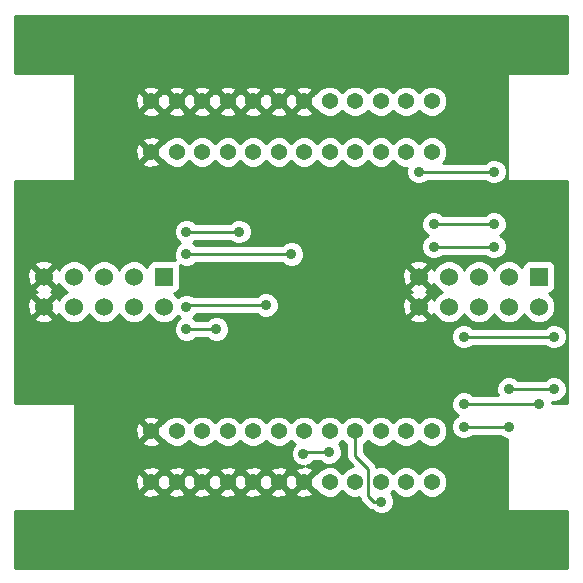
<source format=gbl>
G04 (created by PCBNEW (22-Jun-2014 BZR 4027)-stable) date Fri 07 Jul 2017 01:08:53 AM CDT*
%MOIN*%
G04 Gerber Fmt 3.4, Leading zero omitted, Abs format*
%FSLAX34Y34*%
G01*
G70*
G90*
G04 APERTURE LIST*
%ADD10C,0.00590551*%
%ADD11R,0.06X0.06*%
%ADD12C,0.06*%
%ADD13C,0.054*%
%ADD14C,0.035*%
%ADD15C,0.01*%
G04 APERTURE END LIST*
G54D10*
G54D11*
X67500Y-26250D03*
G54D12*
X67500Y-27250D03*
X66500Y-26250D03*
X66500Y-27250D03*
X65500Y-26250D03*
X65500Y-27250D03*
X64500Y-26250D03*
X64500Y-27250D03*
X63500Y-26250D03*
X63500Y-27250D03*
G54D11*
X55000Y-26250D03*
G54D12*
X55000Y-27250D03*
X54000Y-26250D03*
X54000Y-27250D03*
X53000Y-26250D03*
X53000Y-27250D03*
X52000Y-26250D03*
X52000Y-27250D03*
X51000Y-26250D03*
X51000Y-27250D03*
G54D13*
X59675Y-22095D03*
X60525Y-22095D03*
X57975Y-22095D03*
X58825Y-22095D03*
X59675Y-20405D03*
X58825Y-20405D03*
X57975Y-20405D03*
X60525Y-20405D03*
X57125Y-22095D03*
X56275Y-22095D03*
X55425Y-22095D03*
X54575Y-22095D03*
X57125Y-20405D03*
X56275Y-20405D03*
X55425Y-20405D03*
X54575Y-20405D03*
X61375Y-22095D03*
X62225Y-22095D03*
X63075Y-22095D03*
X63925Y-22095D03*
X61375Y-20405D03*
X62225Y-20405D03*
X63075Y-20405D03*
X63925Y-20405D03*
X58825Y-31405D03*
X57975Y-31405D03*
X60525Y-31405D03*
X59675Y-31405D03*
X58825Y-33095D03*
X59675Y-33095D03*
X60525Y-33095D03*
X57975Y-33095D03*
X61375Y-31405D03*
X62225Y-31405D03*
X63075Y-31405D03*
X63925Y-31405D03*
X61375Y-33095D03*
X62225Y-33095D03*
X63075Y-33095D03*
X63925Y-33095D03*
X57125Y-31405D03*
X56275Y-31405D03*
X55425Y-31405D03*
X54575Y-31405D03*
X57125Y-33095D03*
X56275Y-33095D03*
X55425Y-33095D03*
X54575Y-33095D03*
G54D14*
X57500Y-24750D03*
X55750Y-24750D03*
X56750Y-28000D03*
X55750Y-28000D03*
X65000Y-28250D03*
X68000Y-28250D03*
X66500Y-31250D03*
X65000Y-31250D03*
X64000Y-24500D03*
X66000Y-24500D03*
X65000Y-30500D03*
X67500Y-30500D03*
X66000Y-22750D03*
X63500Y-22750D03*
X64000Y-25250D03*
X66000Y-25250D03*
X66500Y-30000D03*
X68000Y-30000D03*
X62250Y-33750D03*
X60500Y-32100D03*
X59650Y-32150D03*
X55750Y-25500D03*
X59250Y-25500D03*
X58400Y-27200D03*
X55750Y-27250D03*
G54D15*
X55750Y-24750D02*
X57500Y-24750D01*
X55750Y-28000D02*
X56750Y-28000D01*
X68000Y-28250D02*
X65000Y-28250D01*
X65000Y-31250D02*
X66500Y-31250D01*
X66000Y-24500D02*
X64000Y-24500D01*
X67500Y-30500D02*
X65000Y-30500D01*
X63500Y-22750D02*
X66000Y-22750D01*
X66000Y-25250D02*
X64000Y-25250D01*
X61375Y-31405D02*
X61375Y-32225D01*
X68000Y-30000D02*
X66500Y-30000D01*
X62000Y-33750D02*
X62250Y-33750D01*
X61800Y-33550D02*
X62000Y-33750D01*
X61800Y-32650D02*
X61800Y-33550D01*
X61375Y-32225D02*
X61800Y-32650D01*
X59700Y-32100D02*
X60500Y-32100D01*
X59650Y-32150D02*
X59700Y-32100D01*
X55750Y-25500D02*
X59250Y-25500D01*
X55800Y-27200D02*
X58400Y-27200D01*
X55750Y-27250D02*
X55800Y-27200D01*
G54D10*
G36*
X68450Y-35950D02*
X64445Y-35950D01*
X64445Y-32992D01*
X64366Y-32800D01*
X64219Y-32654D01*
X64028Y-32575D01*
X63822Y-32574D01*
X63630Y-32653D01*
X63499Y-32784D01*
X63369Y-32654D01*
X63178Y-32575D01*
X62972Y-32574D01*
X62780Y-32653D01*
X62649Y-32784D01*
X62519Y-32654D01*
X62328Y-32575D01*
X62122Y-32574D01*
X62087Y-32589D01*
X62077Y-32535D01*
X62012Y-32437D01*
X62012Y-32437D01*
X61675Y-32100D01*
X61675Y-31840D01*
X61800Y-31715D01*
X61930Y-31845D01*
X62121Y-31924D01*
X62327Y-31925D01*
X62519Y-31846D01*
X62650Y-31715D01*
X62780Y-31845D01*
X62971Y-31924D01*
X63177Y-31925D01*
X63369Y-31846D01*
X63500Y-31715D01*
X63630Y-31845D01*
X63821Y-31924D01*
X64027Y-31925D01*
X64219Y-31846D01*
X64365Y-31699D01*
X64444Y-31508D01*
X64445Y-31302D01*
X64366Y-31110D01*
X64219Y-30964D01*
X64028Y-30885D01*
X63822Y-30884D01*
X63815Y-30887D01*
X63815Y-27635D01*
X63500Y-27320D01*
X63429Y-27391D01*
X63429Y-27250D01*
X63114Y-26934D01*
X63018Y-26962D01*
X62945Y-27168D01*
X62956Y-27386D01*
X63018Y-27537D01*
X63114Y-27565D01*
X63429Y-27250D01*
X63429Y-27391D01*
X63184Y-27635D01*
X63212Y-27731D01*
X63418Y-27804D01*
X63636Y-27793D01*
X63787Y-27731D01*
X63815Y-27635D01*
X63815Y-30887D01*
X63630Y-30963D01*
X63499Y-31094D01*
X63369Y-30964D01*
X63178Y-30885D01*
X62972Y-30884D01*
X62780Y-30963D01*
X62649Y-31094D01*
X62519Y-30964D01*
X62328Y-30885D01*
X62122Y-30884D01*
X61930Y-30963D01*
X61799Y-31094D01*
X61669Y-30964D01*
X61478Y-30885D01*
X61272Y-30884D01*
X61080Y-30963D01*
X60949Y-31094D01*
X60819Y-30964D01*
X60628Y-30885D01*
X60422Y-30884D01*
X60230Y-30963D01*
X60099Y-31094D01*
X59969Y-30964D01*
X59778Y-30885D01*
X59675Y-30884D01*
X59675Y-25415D01*
X59610Y-25259D01*
X59491Y-25139D01*
X59334Y-25075D01*
X59165Y-25074D01*
X59009Y-25139D01*
X58948Y-25200D01*
X56051Y-25200D01*
X55991Y-25139D01*
X55955Y-25125D01*
X55990Y-25110D01*
X56051Y-25050D01*
X57198Y-25050D01*
X57258Y-25110D01*
X57415Y-25174D01*
X57584Y-25175D01*
X57740Y-25110D01*
X57860Y-24991D01*
X57924Y-24834D01*
X57925Y-24665D01*
X57860Y-24509D01*
X57741Y-24389D01*
X57584Y-24325D01*
X57415Y-24324D01*
X57259Y-24389D01*
X57198Y-24450D01*
X56051Y-24450D01*
X55991Y-24389D01*
X55834Y-24325D01*
X55665Y-24324D01*
X55509Y-24389D01*
X55389Y-24508D01*
X55325Y-24665D01*
X55324Y-24834D01*
X55389Y-24990D01*
X55508Y-25110D01*
X55544Y-25124D01*
X55509Y-25139D01*
X55389Y-25258D01*
X55325Y-25415D01*
X55324Y-25584D01*
X55377Y-25711D01*
X55349Y-25700D01*
X55250Y-25699D01*
X54868Y-25699D01*
X54868Y-22459D01*
X54575Y-22165D01*
X54504Y-22236D01*
X54504Y-22095D01*
X54210Y-21801D01*
X54118Y-21825D01*
X54050Y-22020D01*
X54061Y-22226D01*
X54118Y-22364D01*
X54210Y-22388D01*
X54504Y-22095D01*
X54504Y-22236D01*
X54281Y-22459D01*
X54305Y-22551D01*
X54500Y-22619D01*
X54706Y-22608D01*
X54844Y-22551D01*
X54868Y-22459D01*
X54868Y-25699D01*
X54650Y-25699D01*
X54558Y-25737D01*
X54488Y-25808D01*
X54450Y-25900D01*
X54450Y-25922D01*
X54311Y-25784D01*
X54109Y-25700D01*
X53891Y-25699D01*
X53688Y-25783D01*
X53534Y-25938D01*
X53500Y-26019D01*
X53466Y-25938D01*
X53311Y-25784D01*
X53109Y-25700D01*
X52891Y-25699D01*
X52688Y-25783D01*
X52534Y-25938D01*
X52500Y-26019D01*
X52466Y-25938D01*
X52311Y-25784D01*
X52109Y-25700D01*
X51891Y-25699D01*
X51688Y-25783D01*
X51534Y-25938D01*
X51502Y-26013D01*
X51481Y-25962D01*
X51385Y-25934D01*
X51315Y-26005D01*
X51315Y-25864D01*
X51287Y-25768D01*
X51081Y-25695D01*
X50863Y-25706D01*
X50712Y-25768D01*
X50684Y-25864D01*
X51000Y-26179D01*
X51315Y-25864D01*
X51315Y-26005D01*
X51070Y-26250D01*
X51385Y-26565D01*
X51481Y-26537D01*
X51500Y-26482D01*
X51533Y-26561D01*
X51688Y-26715D01*
X51769Y-26749D01*
X51688Y-26783D01*
X51534Y-26938D01*
X51502Y-27013D01*
X51481Y-26962D01*
X51385Y-26934D01*
X51315Y-27005D01*
X51315Y-26864D01*
X51287Y-26768D01*
X51239Y-26751D01*
X51287Y-26731D01*
X51315Y-26635D01*
X51000Y-26320D01*
X50929Y-26391D01*
X50929Y-26250D01*
X50614Y-25934D01*
X50518Y-25962D01*
X50445Y-26168D01*
X50456Y-26386D01*
X50518Y-26537D01*
X50614Y-26565D01*
X50929Y-26250D01*
X50929Y-26391D01*
X50684Y-26635D01*
X50712Y-26731D01*
X50760Y-26748D01*
X50712Y-26768D01*
X50684Y-26864D01*
X51000Y-27179D01*
X51315Y-26864D01*
X51315Y-27005D01*
X51070Y-27250D01*
X51385Y-27565D01*
X51481Y-27537D01*
X51500Y-27482D01*
X51533Y-27561D01*
X51688Y-27715D01*
X51890Y-27799D01*
X52108Y-27800D01*
X52311Y-27716D01*
X52465Y-27561D01*
X52499Y-27480D01*
X52533Y-27561D01*
X52688Y-27715D01*
X52890Y-27799D01*
X53108Y-27800D01*
X53311Y-27716D01*
X53465Y-27561D01*
X53499Y-27480D01*
X53533Y-27561D01*
X53688Y-27715D01*
X53890Y-27799D01*
X54108Y-27800D01*
X54311Y-27716D01*
X54465Y-27561D01*
X54499Y-27480D01*
X54533Y-27561D01*
X54688Y-27715D01*
X54890Y-27799D01*
X55108Y-27800D01*
X55311Y-27716D01*
X55463Y-27564D01*
X55508Y-27610D01*
X55544Y-27624D01*
X55509Y-27639D01*
X55389Y-27758D01*
X55325Y-27915D01*
X55324Y-28084D01*
X55389Y-28240D01*
X55508Y-28360D01*
X55665Y-28424D01*
X55834Y-28425D01*
X55990Y-28360D01*
X56051Y-28300D01*
X56448Y-28300D01*
X56508Y-28360D01*
X56665Y-28424D01*
X56834Y-28425D01*
X56990Y-28360D01*
X57110Y-28241D01*
X57174Y-28084D01*
X57175Y-27915D01*
X57110Y-27759D01*
X56991Y-27639D01*
X56834Y-27575D01*
X56665Y-27574D01*
X56509Y-27639D01*
X56448Y-27700D01*
X56051Y-27700D01*
X55991Y-27639D01*
X55955Y-27625D01*
X55990Y-27610D01*
X56101Y-27500D01*
X58098Y-27500D01*
X58158Y-27560D01*
X58315Y-27624D01*
X58484Y-27625D01*
X58640Y-27560D01*
X58760Y-27441D01*
X58824Y-27284D01*
X58825Y-27115D01*
X58760Y-26959D01*
X58641Y-26839D01*
X58484Y-26775D01*
X58315Y-26774D01*
X58159Y-26839D01*
X58098Y-26900D01*
X56001Y-26900D01*
X55991Y-26889D01*
X55834Y-26825D01*
X55665Y-26824D01*
X55509Y-26889D01*
X55463Y-26935D01*
X55327Y-26800D01*
X55349Y-26800D01*
X55441Y-26762D01*
X55511Y-26691D01*
X55549Y-26599D01*
X55550Y-26500D01*
X55550Y-25900D01*
X55538Y-25872D01*
X55665Y-25924D01*
X55834Y-25925D01*
X55990Y-25860D01*
X56051Y-25800D01*
X58948Y-25800D01*
X59008Y-25860D01*
X59165Y-25924D01*
X59334Y-25925D01*
X59490Y-25860D01*
X59610Y-25741D01*
X59674Y-25584D01*
X59675Y-25415D01*
X59675Y-30884D01*
X59572Y-30884D01*
X59380Y-30963D01*
X59249Y-31094D01*
X59119Y-30964D01*
X58928Y-30885D01*
X58722Y-30884D01*
X58530Y-30963D01*
X58399Y-31094D01*
X58269Y-30964D01*
X58078Y-30885D01*
X57872Y-30884D01*
X57680Y-30963D01*
X57549Y-31094D01*
X57419Y-30964D01*
X57228Y-30885D01*
X57022Y-30884D01*
X56830Y-30963D01*
X56699Y-31094D01*
X56569Y-30964D01*
X56378Y-30885D01*
X56172Y-30884D01*
X55980Y-30963D01*
X55849Y-31094D01*
X55719Y-30964D01*
X55528Y-30885D01*
X55322Y-30884D01*
X55130Y-30963D01*
X54984Y-31110D01*
X54979Y-31121D01*
X54939Y-31111D01*
X54868Y-31182D01*
X54868Y-31040D01*
X54844Y-30948D01*
X54649Y-30880D01*
X54443Y-30891D01*
X54305Y-30948D01*
X54281Y-31040D01*
X54575Y-31334D01*
X54868Y-31040D01*
X54868Y-31182D01*
X54645Y-31405D01*
X54939Y-31698D01*
X54979Y-31688D01*
X54983Y-31699D01*
X55130Y-31845D01*
X55321Y-31924D01*
X55527Y-31925D01*
X55719Y-31846D01*
X55850Y-31715D01*
X55980Y-31845D01*
X56171Y-31924D01*
X56377Y-31925D01*
X56569Y-31846D01*
X56700Y-31715D01*
X56830Y-31845D01*
X57021Y-31924D01*
X57227Y-31925D01*
X57419Y-31846D01*
X57550Y-31715D01*
X57680Y-31845D01*
X57871Y-31924D01*
X58077Y-31925D01*
X58269Y-31846D01*
X58400Y-31715D01*
X58530Y-31845D01*
X58721Y-31924D01*
X58927Y-31925D01*
X59119Y-31846D01*
X59250Y-31715D01*
X59366Y-31832D01*
X59289Y-31908D01*
X59225Y-32065D01*
X59224Y-32234D01*
X59289Y-32390D01*
X59408Y-32510D01*
X59565Y-32574D01*
X59660Y-32575D01*
X59543Y-32581D01*
X59405Y-32638D01*
X59381Y-32730D01*
X59675Y-33024D01*
X59968Y-32730D01*
X59944Y-32638D01*
X59749Y-32570D01*
X59745Y-32570D01*
X59890Y-32510D01*
X60001Y-32400D01*
X60198Y-32400D01*
X60258Y-32460D01*
X60415Y-32524D01*
X60584Y-32525D01*
X60740Y-32460D01*
X60860Y-32341D01*
X60924Y-32184D01*
X60925Y-32015D01*
X60860Y-31859D01*
X60833Y-31832D01*
X60950Y-31715D01*
X61075Y-31840D01*
X61075Y-32225D01*
X61097Y-32339D01*
X61162Y-32437D01*
X61300Y-32574D01*
X61272Y-32574D01*
X61080Y-32653D01*
X60949Y-32784D01*
X60819Y-32654D01*
X60628Y-32575D01*
X60422Y-32574D01*
X60230Y-32653D01*
X60084Y-32800D01*
X60079Y-32811D01*
X60039Y-32801D01*
X59745Y-33095D01*
X60039Y-33388D01*
X60079Y-33378D01*
X60083Y-33389D01*
X60230Y-33535D01*
X60421Y-33614D01*
X60627Y-33615D01*
X60819Y-33536D01*
X60950Y-33405D01*
X61080Y-33535D01*
X61271Y-33614D01*
X61477Y-33615D01*
X61510Y-33601D01*
X61522Y-33664D01*
X61587Y-33762D01*
X61787Y-33962D01*
X61787Y-33962D01*
X61885Y-34027D01*
X61936Y-34037D01*
X62008Y-34110D01*
X62165Y-34174D01*
X62334Y-34175D01*
X62490Y-34110D01*
X62610Y-33991D01*
X62674Y-33834D01*
X62675Y-33665D01*
X62610Y-33509D01*
X62578Y-33477D01*
X62650Y-33405D01*
X62780Y-33535D01*
X62971Y-33614D01*
X63177Y-33615D01*
X63369Y-33536D01*
X63500Y-33405D01*
X63630Y-33535D01*
X63821Y-33614D01*
X64027Y-33615D01*
X64219Y-33536D01*
X64365Y-33389D01*
X64444Y-33198D01*
X64445Y-32992D01*
X64445Y-35950D01*
X59968Y-35950D01*
X59968Y-33459D01*
X59675Y-33165D01*
X59604Y-33236D01*
X59604Y-33095D01*
X59310Y-32801D01*
X59250Y-32817D01*
X59189Y-32801D01*
X59118Y-32872D01*
X59118Y-32730D01*
X59094Y-32638D01*
X58899Y-32570D01*
X58693Y-32581D01*
X58555Y-32638D01*
X58531Y-32730D01*
X58825Y-33024D01*
X59118Y-32730D01*
X59118Y-32872D01*
X58895Y-33095D01*
X59189Y-33388D01*
X59250Y-33372D01*
X59310Y-33388D01*
X59604Y-33095D01*
X59604Y-33236D01*
X59381Y-33459D01*
X59405Y-33551D01*
X59600Y-33619D01*
X59806Y-33608D01*
X59944Y-33551D01*
X59968Y-33459D01*
X59968Y-35950D01*
X59118Y-35950D01*
X59118Y-33459D01*
X58825Y-33165D01*
X58754Y-33236D01*
X58754Y-33095D01*
X58460Y-32801D01*
X58400Y-32817D01*
X58339Y-32801D01*
X58268Y-32872D01*
X58268Y-32730D01*
X58244Y-32638D01*
X58049Y-32570D01*
X57843Y-32581D01*
X57705Y-32638D01*
X57681Y-32730D01*
X57975Y-33024D01*
X58268Y-32730D01*
X58268Y-32872D01*
X58045Y-33095D01*
X58339Y-33388D01*
X58400Y-33372D01*
X58460Y-33388D01*
X58754Y-33095D01*
X58754Y-33236D01*
X58531Y-33459D01*
X58555Y-33551D01*
X58750Y-33619D01*
X58956Y-33608D01*
X59094Y-33551D01*
X59118Y-33459D01*
X59118Y-35950D01*
X58268Y-35950D01*
X58268Y-33459D01*
X57975Y-33165D01*
X57904Y-33236D01*
X57904Y-33095D01*
X57610Y-32801D01*
X57550Y-32817D01*
X57489Y-32801D01*
X57418Y-32872D01*
X57418Y-32730D01*
X57394Y-32638D01*
X57199Y-32570D01*
X56993Y-32581D01*
X56855Y-32638D01*
X56831Y-32730D01*
X57125Y-33024D01*
X57418Y-32730D01*
X57418Y-32872D01*
X57195Y-33095D01*
X57489Y-33388D01*
X57550Y-33372D01*
X57610Y-33388D01*
X57904Y-33095D01*
X57904Y-33236D01*
X57681Y-33459D01*
X57705Y-33551D01*
X57900Y-33619D01*
X58106Y-33608D01*
X58244Y-33551D01*
X58268Y-33459D01*
X58268Y-35950D01*
X57418Y-35950D01*
X57418Y-33459D01*
X57125Y-33165D01*
X57054Y-33236D01*
X57054Y-33095D01*
X56760Y-32801D01*
X56700Y-32817D01*
X56639Y-32801D01*
X56568Y-32872D01*
X56568Y-32730D01*
X56544Y-32638D01*
X56349Y-32570D01*
X56143Y-32581D01*
X56005Y-32638D01*
X55981Y-32730D01*
X56275Y-33024D01*
X56568Y-32730D01*
X56568Y-32872D01*
X56345Y-33095D01*
X56639Y-33388D01*
X56700Y-33372D01*
X56760Y-33388D01*
X57054Y-33095D01*
X57054Y-33236D01*
X56831Y-33459D01*
X56855Y-33551D01*
X57050Y-33619D01*
X57256Y-33608D01*
X57394Y-33551D01*
X57418Y-33459D01*
X57418Y-35950D01*
X56568Y-35950D01*
X56568Y-33459D01*
X56275Y-33165D01*
X56204Y-33236D01*
X56204Y-33095D01*
X55910Y-32801D01*
X55850Y-32817D01*
X55789Y-32801D01*
X55718Y-32872D01*
X55718Y-32730D01*
X55694Y-32638D01*
X55499Y-32570D01*
X55293Y-32581D01*
X55155Y-32638D01*
X55131Y-32730D01*
X55425Y-33024D01*
X55718Y-32730D01*
X55718Y-32872D01*
X55495Y-33095D01*
X55789Y-33388D01*
X55850Y-33372D01*
X55910Y-33388D01*
X56204Y-33095D01*
X56204Y-33236D01*
X55981Y-33459D01*
X56005Y-33551D01*
X56200Y-33619D01*
X56406Y-33608D01*
X56544Y-33551D01*
X56568Y-33459D01*
X56568Y-35950D01*
X55718Y-35950D01*
X55718Y-33459D01*
X55425Y-33165D01*
X55354Y-33236D01*
X55354Y-33095D01*
X55060Y-32801D01*
X55000Y-32817D01*
X54939Y-32801D01*
X54868Y-32872D01*
X54868Y-32730D01*
X54868Y-31769D01*
X54575Y-31475D01*
X54504Y-31546D01*
X54504Y-31405D01*
X54210Y-31111D01*
X54118Y-31135D01*
X54050Y-31330D01*
X54061Y-31536D01*
X54118Y-31674D01*
X54210Y-31698D01*
X54504Y-31405D01*
X54504Y-31546D01*
X54281Y-31769D01*
X54305Y-31861D01*
X54500Y-31929D01*
X54706Y-31918D01*
X54844Y-31861D01*
X54868Y-31769D01*
X54868Y-32730D01*
X54844Y-32638D01*
X54649Y-32570D01*
X54443Y-32581D01*
X54305Y-32638D01*
X54281Y-32730D01*
X54575Y-33024D01*
X54868Y-32730D01*
X54868Y-32872D01*
X54645Y-33095D01*
X54939Y-33388D01*
X55000Y-33372D01*
X55060Y-33388D01*
X55354Y-33095D01*
X55354Y-33236D01*
X55131Y-33459D01*
X55155Y-33551D01*
X55350Y-33619D01*
X55556Y-33608D01*
X55694Y-33551D01*
X55718Y-33459D01*
X55718Y-35950D01*
X54868Y-35950D01*
X54868Y-33459D01*
X54575Y-33165D01*
X54504Y-33236D01*
X54504Y-33095D01*
X54210Y-32801D01*
X54118Y-32825D01*
X54050Y-33020D01*
X54061Y-33226D01*
X54118Y-33364D01*
X54210Y-33388D01*
X54504Y-33095D01*
X54504Y-33236D01*
X54281Y-33459D01*
X54305Y-33551D01*
X54500Y-33619D01*
X54706Y-33608D01*
X54844Y-33551D01*
X54868Y-33459D01*
X54868Y-35950D01*
X50050Y-35950D01*
X50050Y-34050D01*
X52050Y-34050D01*
X52050Y-30450D01*
X51315Y-30450D01*
X51315Y-27635D01*
X51000Y-27320D01*
X50929Y-27391D01*
X50929Y-27250D01*
X50614Y-26934D01*
X50518Y-26962D01*
X50445Y-27168D01*
X50456Y-27386D01*
X50518Y-27537D01*
X50614Y-27565D01*
X50929Y-27250D01*
X50929Y-27391D01*
X50684Y-27635D01*
X50712Y-27731D01*
X50918Y-27804D01*
X51136Y-27793D01*
X51287Y-27731D01*
X51315Y-27635D01*
X51315Y-30450D01*
X50050Y-30450D01*
X50050Y-23050D01*
X52050Y-23050D01*
X52050Y-19450D01*
X50050Y-19450D01*
X50050Y-17550D01*
X68450Y-17550D01*
X68450Y-19450D01*
X66450Y-19450D01*
X66450Y-23050D01*
X68450Y-23050D01*
X68450Y-30450D01*
X67925Y-30450D01*
X67925Y-30424D01*
X68084Y-30425D01*
X68240Y-30360D01*
X68360Y-30241D01*
X68424Y-30084D01*
X68425Y-29915D01*
X68425Y-28165D01*
X68360Y-28009D01*
X68241Y-27889D01*
X68084Y-27825D01*
X68050Y-27825D01*
X68050Y-27141D01*
X67966Y-26938D01*
X67827Y-26800D01*
X67849Y-26800D01*
X67941Y-26762D01*
X68011Y-26691D01*
X68049Y-26599D01*
X68050Y-26500D01*
X68050Y-25900D01*
X68012Y-25808D01*
X67941Y-25738D01*
X67849Y-25700D01*
X67750Y-25699D01*
X67150Y-25699D01*
X67058Y-25737D01*
X66988Y-25808D01*
X66950Y-25900D01*
X66950Y-25922D01*
X66811Y-25784D01*
X66609Y-25700D01*
X66425Y-25699D01*
X66425Y-25165D01*
X66360Y-25009D01*
X66241Y-24889D01*
X66205Y-24875D01*
X66240Y-24860D01*
X66360Y-24741D01*
X66424Y-24584D01*
X66425Y-24415D01*
X66425Y-22665D01*
X66360Y-22509D01*
X66241Y-22389D01*
X66084Y-22325D01*
X65915Y-22324D01*
X65759Y-22389D01*
X65698Y-22450D01*
X64305Y-22450D01*
X64365Y-22389D01*
X64444Y-22198D01*
X64445Y-21992D01*
X64445Y-20302D01*
X64366Y-20110D01*
X64219Y-19964D01*
X64028Y-19885D01*
X63822Y-19884D01*
X63630Y-19963D01*
X63499Y-20094D01*
X63369Y-19964D01*
X63178Y-19885D01*
X62972Y-19884D01*
X62780Y-19963D01*
X62649Y-20094D01*
X62519Y-19964D01*
X62328Y-19885D01*
X62122Y-19884D01*
X61930Y-19963D01*
X61799Y-20094D01*
X61669Y-19964D01*
X61478Y-19885D01*
X61272Y-19884D01*
X61080Y-19963D01*
X60949Y-20094D01*
X60819Y-19964D01*
X60628Y-19885D01*
X60422Y-19884D01*
X60230Y-19963D01*
X60084Y-20110D01*
X60079Y-20121D01*
X60039Y-20111D01*
X59968Y-20182D01*
X59968Y-20040D01*
X59944Y-19948D01*
X59749Y-19880D01*
X59543Y-19891D01*
X59405Y-19948D01*
X59381Y-20040D01*
X59675Y-20334D01*
X59968Y-20040D01*
X59968Y-20182D01*
X59745Y-20405D01*
X60039Y-20698D01*
X60079Y-20688D01*
X60083Y-20699D01*
X60230Y-20845D01*
X60421Y-20924D01*
X60627Y-20925D01*
X60819Y-20846D01*
X60950Y-20715D01*
X61080Y-20845D01*
X61271Y-20924D01*
X61477Y-20925D01*
X61669Y-20846D01*
X61800Y-20715D01*
X61930Y-20845D01*
X62121Y-20924D01*
X62327Y-20925D01*
X62519Y-20846D01*
X62650Y-20715D01*
X62780Y-20845D01*
X62971Y-20924D01*
X63177Y-20925D01*
X63369Y-20846D01*
X63500Y-20715D01*
X63630Y-20845D01*
X63821Y-20924D01*
X64027Y-20925D01*
X64219Y-20846D01*
X64365Y-20699D01*
X64444Y-20508D01*
X64445Y-20302D01*
X64445Y-21992D01*
X64366Y-21800D01*
X64219Y-21654D01*
X64028Y-21575D01*
X63822Y-21574D01*
X63630Y-21653D01*
X63499Y-21784D01*
X63369Y-21654D01*
X63178Y-21575D01*
X62972Y-21574D01*
X62780Y-21653D01*
X62649Y-21784D01*
X62519Y-21654D01*
X62328Y-21575D01*
X62122Y-21574D01*
X61930Y-21653D01*
X61799Y-21784D01*
X61669Y-21654D01*
X61478Y-21575D01*
X61272Y-21574D01*
X61080Y-21653D01*
X60949Y-21784D01*
X60819Y-21654D01*
X60628Y-21575D01*
X60422Y-21574D01*
X60230Y-21653D01*
X60099Y-21784D01*
X59969Y-21654D01*
X59968Y-21653D01*
X59968Y-20769D01*
X59675Y-20475D01*
X59604Y-20546D01*
X59604Y-20405D01*
X59310Y-20111D01*
X59250Y-20127D01*
X59189Y-20111D01*
X59118Y-20182D01*
X59118Y-20040D01*
X59094Y-19948D01*
X58899Y-19880D01*
X58693Y-19891D01*
X58555Y-19948D01*
X58531Y-20040D01*
X58825Y-20334D01*
X59118Y-20040D01*
X59118Y-20182D01*
X58895Y-20405D01*
X59189Y-20698D01*
X59250Y-20682D01*
X59310Y-20698D01*
X59604Y-20405D01*
X59604Y-20546D01*
X59381Y-20769D01*
X59405Y-20861D01*
X59600Y-20929D01*
X59806Y-20918D01*
X59944Y-20861D01*
X59968Y-20769D01*
X59968Y-21653D01*
X59778Y-21575D01*
X59572Y-21574D01*
X59380Y-21653D01*
X59249Y-21784D01*
X59119Y-21654D01*
X59118Y-21653D01*
X59118Y-20769D01*
X58825Y-20475D01*
X58754Y-20546D01*
X58754Y-20405D01*
X58460Y-20111D01*
X58400Y-20127D01*
X58339Y-20111D01*
X58268Y-20182D01*
X58268Y-20040D01*
X58244Y-19948D01*
X58049Y-19880D01*
X57843Y-19891D01*
X57705Y-19948D01*
X57681Y-20040D01*
X57975Y-20334D01*
X58268Y-20040D01*
X58268Y-20182D01*
X58045Y-20405D01*
X58339Y-20698D01*
X58400Y-20682D01*
X58460Y-20698D01*
X58754Y-20405D01*
X58754Y-20546D01*
X58531Y-20769D01*
X58555Y-20861D01*
X58750Y-20929D01*
X58956Y-20918D01*
X59094Y-20861D01*
X59118Y-20769D01*
X59118Y-21653D01*
X58928Y-21575D01*
X58722Y-21574D01*
X58530Y-21653D01*
X58399Y-21784D01*
X58269Y-21654D01*
X58268Y-21653D01*
X58268Y-20769D01*
X57975Y-20475D01*
X57904Y-20546D01*
X57904Y-20405D01*
X57610Y-20111D01*
X57550Y-20127D01*
X57489Y-20111D01*
X57418Y-20182D01*
X57418Y-20040D01*
X57394Y-19948D01*
X57199Y-19880D01*
X56993Y-19891D01*
X56855Y-19948D01*
X56831Y-20040D01*
X57125Y-20334D01*
X57418Y-20040D01*
X57418Y-20182D01*
X57195Y-20405D01*
X57489Y-20698D01*
X57550Y-20682D01*
X57610Y-20698D01*
X57904Y-20405D01*
X57904Y-20546D01*
X57681Y-20769D01*
X57705Y-20861D01*
X57900Y-20929D01*
X58106Y-20918D01*
X58244Y-20861D01*
X58268Y-20769D01*
X58268Y-21653D01*
X58078Y-21575D01*
X57872Y-21574D01*
X57680Y-21653D01*
X57549Y-21784D01*
X57419Y-21654D01*
X57418Y-21653D01*
X57418Y-20769D01*
X57125Y-20475D01*
X57054Y-20546D01*
X57054Y-20405D01*
X56760Y-20111D01*
X56700Y-20127D01*
X56639Y-20111D01*
X56568Y-20182D01*
X56568Y-20040D01*
X56544Y-19948D01*
X56349Y-19880D01*
X56143Y-19891D01*
X56005Y-19948D01*
X55981Y-20040D01*
X56275Y-20334D01*
X56568Y-20040D01*
X56568Y-20182D01*
X56345Y-20405D01*
X56639Y-20698D01*
X56700Y-20682D01*
X56760Y-20698D01*
X57054Y-20405D01*
X57054Y-20546D01*
X56831Y-20769D01*
X56855Y-20861D01*
X57050Y-20929D01*
X57256Y-20918D01*
X57394Y-20861D01*
X57418Y-20769D01*
X57418Y-21653D01*
X57228Y-21575D01*
X57022Y-21574D01*
X56830Y-21653D01*
X56699Y-21784D01*
X56569Y-21654D01*
X56568Y-21653D01*
X56568Y-20769D01*
X56275Y-20475D01*
X56204Y-20546D01*
X56204Y-20405D01*
X55910Y-20111D01*
X55850Y-20127D01*
X55789Y-20111D01*
X55718Y-20182D01*
X55718Y-20040D01*
X55694Y-19948D01*
X55499Y-19880D01*
X55293Y-19891D01*
X55155Y-19948D01*
X55131Y-20040D01*
X55425Y-20334D01*
X55718Y-20040D01*
X55718Y-20182D01*
X55495Y-20405D01*
X55789Y-20698D01*
X55850Y-20682D01*
X55910Y-20698D01*
X56204Y-20405D01*
X56204Y-20546D01*
X55981Y-20769D01*
X56005Y-20861D01*
X56200Y-20929D01*
X56406Y-20918D01*
X56544Y-20861D01*
X56568Y-20769D01*
X56568Y-21653D01*
X56378Y-21575D01*
X56172Y-21574D01*
X55980Y-21653D01*
X55849Y-21784D01*
X55719Y-21654D01*
X55718Y-21653D01*
X55718Y-20769D01*
X55425Y-20475D01*
X55354Y-20546D01*
X55354Y-20405D01*
X55060Y-20111D01*
X55000Y-20127D01*
X54939Y-20111D01*
X54868Y-20182D01*
X54868Y-20040D01*
X54844Y-19948D01*
X54649Y-19880D01*
X54443Y-19891D01*
X54305Y-19948D01*
X54281Y-20040D01*
X54575Y-20334D01*
X54868Y-20040D01*
X54868Y-20182D01*
X54645Y-20405D01*
X54939Y-20698D01*
X55000Y-20682D01*
X55060Y-20698D01*
X55354Y-20405D01*
X55354Y-20546D01*
X55131Y-20769D01*
X55155Y-20861D01*
X55350Y-20929D01*
X55556Y-20918D01*
X55694Y-20861D01*
X55718Y-20769D01*
X55718Y-21653D01*
X55528Y-21575D01*
X55322Y-21574D01*
X55130Y-21653D01*
X54984Y-21800D01*
X54979Y-21811D01*
X54939Y-21801D01*
X54868Y-21872D01*
X54868Y-21730D01*
X54868Y-20769D01*
X54575Y-20475D01*
X54504Y-20546D01*
X54504Y-20405D01*
X54210Y-20111D01*
X54118Y-20135D01*
X54050Y-20330D01*
X54061Y-20536D01*
X54118Y-20674D01*
X54210Y-20698D01*
X54504Y-20405D01*
X54504Y-20546D01*
X54281Y-20769D01*
X54305Y-20861D01*
X54500Y-20929D01*
X54706Y-20918D01*
X54844Y-20861D01*
X54868Y-20769D01*
X54868Y-21730D01*
X54844Y-21638D01*
X54649Y-21570D01*
X54443Y-21581D01*
X54305Y-21638D01*
X54281Y-21730D01*
X54575Y-22024D01*
X54868Y-21730D01*
X54868Y-21872D01*
X54645Y-22095D01*
X54939Y-22388D01*
X54979Y-22378D01*
X54983Y-22389D01*
X55130Y-22535D01*
X55321Y-22614D01*
X55527Y-22615D01*
X55719Y-22536D01*
X55850Y-22405D01*
X55980Y-22535D01*
X56171Y-22614D01*
X56377Y-22615D01*
X56569Y-22536D01*
X56700Y-22405D01*
X56830Y-22535D01*
X57021Y-22614D01*
X57227Y-22615D01*
X57419Y-22536D01*
X57550Y-22405D01*
X57680Y-22535D01*
X57871Y-22614D01*
X58077Y-22615D01*
X58269Y-22536D01*
X58400Y-22405D01*
X58530Y-22535D01*
X58721Y-22614D01*
X58927Y-22615D01*
X59119Y-22536D01*
X59250Y-22405D01*
X59380Y-22535D01*
X59571Y-22614D01*
X59777Y-22615D01*
X59969Y-22536D01*
X60100Y-22405D01*
X60230Y-22535D01*
X60421Y-22614D01*
X60627Y-22615D01*
X60819Y-22536D01*
X60950Y-22405D01*
X61080Y-22535D01*
X61271Y-22614D01*
X61477Y-22615D01*
X61669Y-22536D01*
X61800Y-22405D01*
X61930Y-22535D01*
X62121Y-22614D01*
X62327Y-22615D01*
X62519Y-22536D01*
X62650Y-22405D01*
X62780Y-22535D01*
X62971Y-22614D01*
X63095Y-22615D01*
X63075Y-22665D01*
X63074Y-22834D01*
X63139Y-22990D01*
X63258Y-23110D01*
X63415Y-23174D01*
X63584Y-23175D01*
X63740Y-23110D01*
X63801Y-23050D01*
X65698Y-23050D01*
X65758Y-23110D01*
X65915Y-23174D01*
X66084Y-23175D01*
X66240Y-23110D01*
X66360Y-22991D01*
X66424Y-22834D01*
X66425Y-22665D01*
X66425Y-24415D01*
X66360Y-24259D01*
X66241Y-24139D01*
X66084Y-24075D01*
X65915Y-24074D01*
X65759Y-24139D01*
X65698Y-24200D01*
X64301Y-24200D01*
X64241Y-24139D01*
X64084Y-24075D01*
X63915Y-24074D01*
X63759Y-24139D01*
X63639Y-24258D01*
X63575Y-24415D01*
X63574Y-24584D01*
X63639Y-24740D01*
X63758Y-24860D01*
X63794Y-24874D01*
X63759Y-24889D01*
X63639Y-25008D01*
X63575Y-25165D01*
X63574Y-25334D01*
X63639Y-25490D01*
X63758Y-25610D01*
X63915Y-25674D01*
X64084Y-25675D01*
X64240Y-25610D01*
X64301Y-25550D01*
X65698Y-25550D01*
X65758Y-25610D01*
X65915Y-25674D01*
X66084Y-25675D01*
X66240Y-25610D01*
X66360Y-25491D01*
X66424Y-25334D01*
X66425Y-25165D01*
X66425Y-25699D01*
X66391Y-25699D01*
X66188Y-25783D01*
X66034Y-25938D01*
X66000Y-26019D01*
X65966Y-25938D01*
X65811Y-25784D01*
X65609Y-25700D01*
X65391Y-25699D01*
X65188Y-25783D01*
X65034Y-25938D01*
X65000Y-26019D01*
X64966Y-25938D01*
X64811Y-25784D01*
X64609Y-25700D01*
X64391Y-25699D01*
X64188Y-25783D01*
X64034Y-25938D01*
X64002Y-26013D01*
X63981Y-25962D01*
X63885Y-25934D01*
X63815Y-26005D01*
X63815Y-25864D01*
X63787Y-25768D01*
X63581Y-25695D01*
X63363Y-25706D01*
X63212Y-25768D01*
X63184Y-25864D01*
X63500Y-26179D01*
X63815Y-25864D01*
X63815Y-26005D01*
X63570Y-26250D01*
X63885Y-26565D01*
X63981Y-26537D01*
X64000Y-26482D01*
X64033Y-26561D01*
X64188Y-26715D01*
X64269Y-26749D01*
X64188Y-26783D01*
X64034Y-26938D01*
X64002Y-27013D01*
X63981Y-26962D01*
X63885Y-26934D01*
X63815Y-27005D01*
X63815Y-26864D01*
X63787Y-26768D01*
X63739Y-26751D01*
X63787Y-26731D01*
X63815Y-26635D01*
X63500Y-26320D01*
X63429Y-26391D01*
X63429Y-26250D01*
X63114Y-25934D01*
X63018Y-25962D01*
X62945Y-26168D01*
X62956Y-26386D01*
X63018Y-26537D01*
X63114Y-26565D01*
X63429Y-26250D01*
X63429Y-26391D01*
X63184Y-26635D01*
X63212Y-26731D01*
X63260Y-26748D01*
X63212Y-26768D01*
X63184Y-26864D01*
X63500Y-27179D01*
X63815Y-26864D01*
X63815Y-27005D01*
X63570Y-27250D01*
X63885Y-27565D01*
X63981Y-27537D01*
X64000Y-27482D01*
X64033Y-27561D01*
X64188Y-27715D01*
X64390Y-27799D01*
X64608Y-27800D01*
X64811Y-27716D01*
X64965Y-27561D01*
X64999Y-27480D01*
X65033Y-27561D01*
X65188Y-27715D01*
X65390Y-27799D01*
X65608Y-27800D01*
X65811Y-27716D01*
X65965Y-27561D01*
X65999Y-27480D01*
X66033Y-27561D01*
X66188Y-27715D01*
X66390Y-27799D01*
X66608Y-27800D01*
X66811Y-27716D01*
X66965Y-27561D01*
X66999Y-27480D01*
X67033Y-27561D01*
X67188Y-27715D01*
X67390Y-27799D01*
X67608Y-27800D01*
X67811Y-27716D01*
X67965Y-27561D01*
X68049Y-27359D01*
X68050Y-27141D01*
X68050Y-27825D01*
X67915Y-27824D01*
X67759Y-27889D01*
X67698Y-27950D01*
X65301Y-27950D01*
X65241Y-27889D01*
X65084Y-27825D01*
X64915Y-27824D01*
X64759Y-27889D01*
X64639Y-28008D01*
X64575Y-28165D01*
X64574Y-28334D01*
X64639Y-28490D01*
X64758Y-28610D01*
X64915Y-28674D01*
X65084Y-28675D01*
X65240Y-28610D01*
X65301Y-28550D01*
X67698Y-28550D01*
X67758Y-28610D01*
X67915Y-28674D01*
X68084Y-28675D01*
X68240Y-28610D01*
X68360Y-28491D01*
X68424Y-28334D01*
X68425Y-28165D01*
X68425Y-29915D01*
X68360Y-29759D01*
X68241Y-29639D01*
X68084Y-29575D01*
X67915Y-29574D01*
X67759Y-29639D01*
X67698Y-29700D01*
X66801Y-29700D01*
X66741Y-29639D01*
X66584Y-29575D01*
X66415Y-29574D01*
X66259Y-29639D01*
X66139Y-29758D01*
X66075Y-29915D01*
X66074Y-30084D01*
X66122Y-30200D01*
X65301Y-30200D01*
X65241Y-30139D01*
X65084Y-30075D01*
X64915Y-30074D01*
X64759Y-30139D01*
X64639Y-30258D01*
X64575Y-30415D01*
X64574Y-30584D01*
X64639Y-30740D01*
X64758Y-30860D01*
X64794Y-30874D01*
X64759Y-30889D01*
X64639Y-31008D01*
X64575Y-31165D01*
X64574Y-31334D01*
X64639Y-31490D01*
X64758Y-31610D01*
X64915Y-31674D01*
X65084Y-31675D01*
X65240Y-31610D01*
X65301Y-31550D01*
X66198Y-31550D01*
X66258Y-31610D01*
X66415Y-31674D01*
X66450Y-31674D01*
X66450Y-34050D01*
X68450Y-34050D01*
X68450Y-35950D01*
X68450Y-35950D01*
G37*
G54D15*
X68450Y-35950D02*
X64445Y-35950D01*
X64445Y-32992D01*
X64366Y-32800D01*
X64219Y-32654D01*
X64028Y-32575D01*
X63822Y-32574D01*
X63630Y-32653D01*
X63499Y-32784D01*
X63369Y-32654D01*
X63178Y-32575D01*
X62972Y-32574D01*
X62780Y-32653D01*
X62649Y-32784D01*
X62519Y-32654D01*
X62328Y-32575D01*
X62122Y-32574D01*
X62087Y-32589D01*
X62077Y-32535D01*
X62012Y-32437D01*
X62012Y-32437D01*
X61675Y-32100D01*
X61675Y-31840D01*
X61800Y-31715D01*
X61930Y-31845D01*
X62121Y-31924D01*
X62327Y-31925D01*
X62519Y-31846D01*
X62650Y-31715D01*
X62780Y-31845D01*
X62971Y-31924D01*
X63177Y-31925D01*
X63369Y-31846D01*
X63500Y-31715D01*
X63630Y-31845D01*
X63821Y-31924D01*
X64027Y-31925D01*
X64219Y-31846D01*
X64365Y-31699D01*
X64444Y-31508D01*
X64445Y-31302D01*
X64366Y-31110D01*
X64219Y-30964D01*
X64028Y-30885D01*
X63822Y-30884D01*
X63815Y-30887D01*
X63815Y-27635D01*
X63500Y-27320D01*
X63429Y-27391D01*
X63429Y-27250D01*
X63114Y-26934D01*
X63018Y-26962D01*
X62945Y-27168D01*
X62956Y-27386D01*
X63018Y-27537D01*
X63114Y-27565D01*
X63429Y-27250D01*
X63429Y-27391D01*
X63184Y-27635D01*
X63212Y-27731D01*
X63418Y-27804D01*
X63636Y-27793D01*
X63787Y-27731D01*
X63815Y-27635D01*
X63815Y-30887D01*
X63630Y-30963D01*
X63499Y-31094D01*
X63369Y-30964D01*
X63178Y-30885D01*
X62972Y-30884D01*
X62780Y-30963D01*
X62649Y-31094D01*
X62519Y-30964D01*
X62328Y-30885D01*
X62122Y-30884D01*
X61930Y-30963D01*
X61799Y-31094D01*
X61669Y-30964D01*
X61478Y-30885D01*
X61272Y-30884D01*
X61080Y-30963D01*
X60949Y-31094D01*
X60819Y-30964D01*
X60628Y-30885D01*
X60422Y-30884D01*
X60230Y-30963D01*
X60099Y-31094D01*
X59969Y-30964D01*
X59778Y-30885D01*
X59675Y-30884D01*
X59675Y-25415D01*
X59610Y-25259D01*
X59491Y-25139D01*
X59334Y-25075D01*
X59165Y-25074D01*
X59009Y-25139D01*
X58948Y-25200D01*
X56051Y-25200D01*
X55991Y-25139D01*
X55955Y-25125D01*
X55990Y-25110D01*
X56051Y-25050D01*
X57198Y-25050D01*
X57258Y-25110D01*
X57415Y-25174D01*
X57584Y-25175D01*
X57740Y-25110D01*
X57860Y-24991D01*
X57924Y-24834D01*
X57925Y-24665D01*
X57860Y-24509D01*
X57741Y-24389D01*
X57584Y-24325D01*
X57415Y-24324D01*
X57259Y-24389D01*
X57198Y-24450D01*
X56051Y-24450D01*
X55991Y-24389D01*
X55834Y-24325D01*
X55665Y-24324D01*
X55509Y-24389D01*
X55389Y-24508D01*
X55325Y-24665D01*
X55324Y-24834D01*
X55389Y-24990D01*
X55508Y-25110D01*
X55544Y-25124D01*
X55509Y-25139D01*
X55389Y-25258D01*
X55325Y-25415D01*
X55324Y-25584D01*
X55377Y-25711D01*
X55349Y-25700D01*
X55250Y-25699D01*
X54868Y-25699D01*
X54868Y-22459D01*
X54575Y-22165D01*
X54504Y-22236D01*
X54504Y-22095D01*
X54210Y-21801D01*
X54118Y-21825D01*
X54050Y-22020D01*
X54061Y-22226D01*
X54118Y-22364D01*
X54210Y-22388D01*
X54504Y-22095D01*
X54504Y-22236D01*
X54281Y-22459D01*
X54305Y-22551D01*
X54500Y-22619D01*
X54706Y-22608D01*
X54844Y-22551D01*
X54868Y-22459D01*
X54868Y-25699D01*
X54650Y-25699D01*
X54558Y-25737D01*
X54488Y-25808D01*
X54450Y-25900D01*
X54450Y-25922D01*
X54311Y-25784D01*
X54109Y-25700D01*
X53891Y-25699D01*
X53688Y-25783D01*
X53534Y-25938D01*
X53500Y-26019D01*
X53466Y-25938D01*
X53311Y-25784D01*
X53109Y-25700D01*
X52891Y-25699D01*
X52688Y-25783D01*
X52534Y-25938D01*
X52500Y-26019D01*
X52466Y-25938D01*
X52311Y-25784D01*
X52109Y-25700D01*
X51891Y-25699D01*
X51688Y-25783D01*
X51534Y-25938D01*
X51502Y-26013D01*
X51481Y-25962D01*
X51385Y-25934D01*
X51315Y-26005D01*
X51315Y-25864D01*
X51287Y-25768D01*
X51081Y-25695D01*
X50863Y-25706D01*
X50712Y-25768D01*
X50684Y-25864D01*
X51000Y-26179D01*
X51315Y-25864D01*
X51315Y-26005D01*
X51070Y-26250D01*
X51385Y-26565D01*
X51481Y-26537D01*
X51500Y-26482D01*
X51533Y-26561D01*
X51688Y-26715D01*
X51769Y-26749D01*
X51688Y-26783D01*
X51534Y-26938D01*
X51502Y-27013D01*
X51481Y-26962D01*
X51385Y-26934D01*
X51315Y-27005D01*
X51315Y-26864D01*
X51287Y-26768D01*
X51239Y-26751D01*
X51287Y-26731D01*
X51315Y-26635D01*
X51000Y-26320D01*
X50929Y-26391D01*
X50929Y-26250D01*
X50614Y-25934D01*
X50518Y-25962D01*
X50445Y-26168D01*
X50456Y-26386D01*
X50518Y-26537D01*
X50614Y-26565D01*
X50929Y-26250D01*
X50929Y-26391D01*
X50684Y-26635D01*
X50712Y-26731D01*
X50760Y-26748D01*
X50712Y-26768D01*
X50684Y-26864D01*
X51000Y-27179D01*
X51315Y-26864D01*
X51315Y-27005D01*
X51070Y-27250D01*
X51385Y-27565D01*
X51481Y-27537D01*
X51500Y-27482D01*
X51533Y-27561D01*
X51688Y-27715D01*
X51890Y-27799D01*
X52108Y-27800D01*
X52311Y-27716D01*
X52465Y-27561D01*
X52499Y-27480D01*
X52533Y-27561D01*
X52688Y-27715D01*
X52890Y-27799D01*
X53108Y-27800D01*
X53311Y-27716D01*
X53465Y-27561D01*
X53499Y-27480D01*
X53533Y-27561D01*
X53688Y-27715D01*
X53890Y-27799D01*
X54108Y-27800D01*
X54311Y-27716D01*
X54465Y-27561D01*
X54499Y-27480D01*
X54533Y-27561D01*
X54688Y-27715D01*
X54890Y-27799D01*
X55108Y-27800D01*
X55311Y-27716D01*
X55463Y-27564D01*
X55508Y-27610D01*
X55544Y-27624D01*
X55509Y-27639D01*
X55389Y-27758D01*
X55325Y-27915D01*
X55324Y-28084D01*
X55389Y-28240D01*
X55508Y-28360D01*
X55665Y-28424D01*
X55834Y-28425D01*
X55990Y-28360D01*
X56051Y-28300D01*
X56448Y-28300D01*
X56508Y-28360D01*
X56665Y-28424D01*
X56834Y-28425D01*
X56990Y-28360D01*
X57110Y-28241D01*
X57174Y-28084D01*
X57175Y-27915D01*
X57110Y-27759D01*
X56991Y-27639D01*
X56834Y-27575D01*
X56665Y-27574D01*
X56509Y-27639D01*
X56448Y-27700D01*
X56051Y-27700D01*
X55991Y-27639D01*
X55955Y-27625D01*
X55990Y-27610D01*
X56101Y-27500D01*
X58098Y-27500D01*
X58158Y-27560D01*
X58315Y-27624D01*
X58484Y-27625D01*
X58640Y-27560D01*
X58760Y-27441D01*
X58824Y-27284D01*
X58825Y-27115D01*
X58760Y-26959D01*
X58641Y-26839D01*
X58484Y-26775D01*
X58315Y-26774D01*
X58159Y-26839D01*
X58098Y-26900D01*
X56001Y-26900D01*
X55991Y-26889D01*
X55834Y-26825D01*
X55665Y-26824D01*
X55509Y-26889D01*
X55463Y-26935D01*
X55327Y-26800D01*
X55349Y-26800D01*
X55441Y-26762D01*
X55511Y-26691D01*
X55549Y-26599D01*
X55550Y-26500D01*
X55550Y-25900D01*
X55538Y-25872D01*
X55665Y-25924D01*
X55834Y-25925D01*
X55990Y-25860D01*
X56051Y-25800D01*
X58948Y-25800D01*
X59008Y-25860D01*
X59165Y-25924D01*
X59334Y-25925D01*
X59490Y-25860D01*
X59610Y-25741D01*
X59674Y-25584D01*
X59675Y-25415D01*
X59675Y-30884D01*
X59572Y-30884D01*
X59380Y-30963D01*
X59249Y-31094D01*
X59119Y-30964D01*
X58928Y-30885D01*
X58722Y-30884D01*
X58530Y-30963D01*
X58399Y-31094D01*
X58269Y-30964D01*
X58078Y-30885D01*
X57872Y-30884D01*
X57680Y-30963D01*
X57549Y-31094D01*
X57419Y-30964D01*
X57228Y-30885D01*
X57022Y-30884D01*
X56830Y-30963D01*
X56699Y-31094D01*
X56569Y-30964D01*
X56378Y-30885D01*
X56172Y-30884D01*
X55980Y-30963D01*
X55849Y-31094D01*
X55719Y-30964D01*
X55528Y-30885D01*
X55322Y-30884D01*
X55130Y-30963D01*
X54984Y-31110D01*
X54979Y-31121D01*
X54939Y-31111D01*
X54868Y-31182D01*
X54868Y-31040D01*
X54844Y-30948D01*
X54649Y-30880D01*
X54443Y-30891D01*
X54305Y-30948D01*
X54281Y-31040D01*
X54575Y-31334D01*
X54868Y-31040D01*
X54868Y-31182D01*
X54645Y-31405D01*
X54939Y-31698D01*
X54979Y-31688D01*
X54983Y-31699D01*
X55130Y-31845D01*
X55321Y-31924D01*
X55527Y-31925D01*
X55719Y-31846D01*
X55850Y-31715D01*
X55980Y-31845D01*
X56171Y-31924D01*
X56377Y-31925D01*
X56569Y-31846D01*
X56700Y-31715D01*
X56830Y-31845D01*
X57021Y-31924D01*
X57227Y-31925D01*
X57419Y-31846D01*
X57550Y-31715D01*
X57680Y-31845D01*
X57871Y-31924D01*
X58077Y-31925D01*
X58269Y-31846D01*
X58400Y-31715D01*
X58530Y-31845D01*
X58721Y-31924D01*
X58927Y-31925D01*
X59119Y-31846D01*
X59250Y-31715D01*
X59366Y-31832D01*
X59289Y-31908D01*
X59225Y-32065D01*
X59224Y-32234D01*
X59289Y-32390D01*
X59408Y-32510D01*
X59565Y-32574D01*
X59660Y-32575D01*
X59543Y-32581D01*
X59405Y-32638D01*
X59381Y-32730D01*
X59675Y-33024D01*
X59968Y-32730D01*
X59944Y-32638D01*
X59749Y-32570D01*
X59745Y-32570D01*
X59890Y-32510D01*
X60001Y-32400D01*
X60198Y-32400D01*
X60258Y-32460D01*
X60415Y-32524D01*
X60584Y-32525D01*
X60740Y-32460D01*
X60860Y-32341D01*
X60924Y-32184D01*
X60925Y-32015D01*
X60860Y-31859D01*
X60833Y-31832D01*
X60950Y-31715D01*
X61075Y-31840D01*
X61075Y-32225D01*
X61097Y-32339D01*
X61162Y-32437D01*
X61300Y-32574D01*
X61272Y-32574D01*
X61080Y-32653D01*
X60949Y-32784D01*
X60819Y-32654D01*
X60628Y-32575D01*
X60422Y-32574D01*
X60230Y-32653D01*
X60084Y-32800D01*
X60079Y-32811D01*
X60039Y-32801D01*
X59745Y-33095D01*
X60039Y-33388D01*
X60079Y-33378D01*
X60083Y-33389D01*
X60230Y-33535D01*
X60421Y-33614D01*
X60627Y-33615D01*
X60819Y-33536D01*
X60950Y-33405D01*
X61080Y-33535D01*
X61271Y-33614D01*
X61477Y-33615D01*
X61510Y-33601D01*
X61522Y-33664D01*
X61587Y-33762D01*
X61787Y-33962D01*
X61787Y-33962D01*
X61885Y-34027D01*
X61936Y-34037D01*
X62008Y-34110D01*
X62165Y-34174D01*
X62334Y-34175D01*
X62490Y-34110D01*
X62610Y-33991D01*
X62674Y-33834D01*
X62675Y-33665D01*
X62610Y-33509D01*
X62578Y-33477D01*
X62650Y-33405D01*
X62780Y-33535D01*
X62971Y-33614D01*
X63177Y-33615D01*
X63369Y-33536D01*
X63500Y-33405D01*
X63630Y-33535D01*
X63821Y-33614D01*
X64027Y-33615D01*
X64219Y-33536D01*
X64365Y-33389D01*
X64444Y-33198D01*
X64445Y-32992D01*
X64445Y-35950D01*
X59968Y-35950D01*
X59968Y-33459D01*
X59675Y-33165D01*
X59604Y-33236D01*
X59604Y-33095D01*
X59310Y-32801D01*
X59250Y-32817D01*
X59189Y-32801D01*
X59118Y-32872D01*
X59118Y-32730D01*
X59094Y-32638D01*
X58899Y-32570D01*
X58693Y-32581D01*
X58555Y-32638D01*
X58531Y-32730D01*
X58825Y-33024D01*
X59118Y-32730D01*
X59118Y-32872D01*
X58895Y-33095D01*
X59189Y-33388D01*
X59250Y-33372D01*
X59310Y-33388D01*
X59604Y-33095D01*
X59604Y-33236D01*
X59381Y-33459D01*
X59405Y-33551D01*
X59600Y-33619D01*
X59806Y-33608D01*
X59944Y-33551D01*
X59968Y-33459D01*
X59968Y-35950D01*
X59118Y-35950D01*
X59118Y-33459D01*
X58825Y-33165D01*
X58754Y-33236D01*
X58754Y-33095D01*
X58460Y-32801D01*
X58400Y-32817D01*
X58339Y-32801D01*
X58268Y-32872D01*
X58268Y-32730D01*
X58244Y-32638D01*
X58049Y-32570D01*
X57843Y-32581D01*
X57705Y-32638D01*
X57681Y-32730D01*
X57975Y-33024D01*
X58268Y-32730D01*
X58268Y-32872D01*
X58045Y-33095D01*
X58339Y-33388D01*
X58400Y-33372D01*
X58460Y-33388D01*
X58754Y-33095D01*
X58754Y-33236D01*
X58531Y-33459D01*
X58555Y-33551D01*
X58750Y-33619D01*
X58956Y-33608D01*
X59094Y-33551D01*
X59118Y-33459D01*
X59118Y-35950D01*
X58268Y-35950D01*
X58268Y-33459D01*
X57975Y-33165D01*
X57904Y-33236D01*
X57904Y-33095D01*
X57610Y-32801D01*
X57550Y-32817D01*
X57489Y-32801D01*
X57418Y-32872D01*
X57418Y-32730D01*
X57394Y-32638D01*
X57199Y-32570D01*
X56993Y-32581D01*
X56855Y-32638D01*
X56831Y-32730D01*
X57125Y-33024D01*
X57418Y-32730D01*
X57418Y-32872D01*
X57195Y-33095D01*
X57489Y-33388D01*
X57550Y-33372D01*
X57610Y-33388D01*
X57904Y-33095D01*
X57904Y-33236D01*
X57681Y-33459D01*
X57705Y-33551D01*
X57900Y-33619D01*
X58106Y-33608D01*
X58244Y-33551D01*
X58268Y-33459D01*
X58268Y-35950D01*
X57418Y-35950D01*
X57418Y-33459D01*
X57125Y-33165D01*
X57054Y-33236D01*
X57054Y-33095D01*
X56760Y-32801D01*
X56700Y-32817D01*
X56639Y-32801D01*
X56568Y-32872D01*
X56568Y-32730D01*
X56544Y-32638D01*
X56349Y-32570D01*
X56143Y-32581D01*
X56005Y-32638D01*
X55981Y-32730D01*
X56275Y-33024D01*
X56568Y-32730D01*
X56568Y-32872D01*
X56345Y-33095D01*
X56639Y-33388D01*
X56700Y-33372D01*
X56760Y-33388D01*
X57054Y-33095D01*
X57054Y-33236D01*
X56831Y-33459D01*
X56855Y-33551D01*
X57050Y-33619D01*
X57256Y-33608D01*
X57394Y-33551D01*
X57418Y-33459D01*
X57418Y-35950D01*
X56568Y-35950D01*
X56568Y-33459D01*
X56275Y-33165D01*
X56204Y-33236D01*
X56204Y-33095D01*
X55910Y-32801D01*
X55850Y-32817D01*
X55789Y-32801D01*
X55718Y-32872D01*
X55718Y-32730D01*
X55694Y-32638D01*
X55499Y-32570D01*
X55293Y-32581D01*
X55155Y-32638D01*
X55131Y-32730D01*
X55425Y-33024D01*
X55718Y-32730D01*
X55718Y-32872D01*
X55495Y-33095D01*
X55789Y-33388D01*
X55850Y-33372D01*
X55910Y-33388D01*
X56204Y-33095D01*
X56204Y-33236D01*
X55981Y-33459D01*
X56005Y-33551D01*
X56200Y-33619D01*
X56406Y-33608D01*
X56544Y-33551D01*
X56568Y-33459D01*
X56568Y-35950D01*
X55718Y-35950D01*
X55718Y-33459D01*
X55425Y-33165D01*
X55354Y-33236D01*
X55354Y-33095D01*
X55060Y-32801D01*
X55000Y-32817D01*
X54939Y-32801D01*
X54868Y-32872D01*
X54868Y-32730D01*
X54868Y-31769D01*
X54575Y-31475D01*
X54504Y-31546D01*
X54504Y-31405D01*
X54210Y-31111D01*
X54118Y-31135D01*
X54050Y-31330D01*
X54061Y-31536D01*
X54118Y-31674D01*
X54210Y-31698D01*
X54504Y-31405D01*
X54504Y-31546D01*
X54281Y-31769D01*
X54305Y-31861D01*
X54500Y-31929D01*
X54706Y-31918D01*
X54844Y-31861D01*
X54868Y-31769D01*
X54868Y-32730D01*
X54844Y-32638D01*
X54649Y-32570D01*
X54443Y-32581D01*
X54305Y-32638D01*
X54281Y-32730D01*
X54575Y-33024D01*
X54868Y-32730D01*
X54868Y-32872D01*
X54645Y-33095D01*
X54939Y-33388D01*
X55000Y-33372D01*
X55060Y-33388D01*
X55354Y-33095D01*
X55354Y-33236D01*
X55131Y-33459D01*
X55155Y-33551D01*
X55350Y-33619D01*
X55556Y-33608D01*
X55694Y-33551D01*
X55718Y-33459D01*
X55718Y-35950D01*
X54868Y-35950D01*
X54868Y-33459D01*
X54575Y-33165D01*
X54504Y-33236D01*
X54504Y-33095D01*
X54210Y-32801D01*
X54118Y-32825D01*
X54050Y-33020D01*
X54061Y-33226D01*
X54118Y-33364D01*
X54210Y-33388D01*
X54504Y-33095D01*
X54504Y-33236D01*
X54281Y-33459D01*
X54305Y-33551D01*
X54500Y-33619D01*
X54706Y-33608D01*
X54844Y-33551D01*
X54868Y-33459D01*
X54868Y-35950D01*
X50050Y-35950D01*
X50050Y-34050D01*
X52050Y-34050D01*
X52050Y-30450D01*
X51315Y-30450D01*
X51315Y-27635D01*
X51000Y-27320D01*
X50929Y-27391D01*
X50929Y-27250D01*
X50614Y-26934D01*
X50518Y-26962D01*
X50445Y-27168D01*
X50456Y-27386D01*
X50518Y-27537D01*
X50614Y-27565D01*
X50929Y-27250D01*
X50929Y-27391D01*
X50684Y-27635D01*
X50712Y-27731D01*
X50918Y-27804D01*
X51136Y-27793D01*
X51287Y-27731D01*
X51315Y-27635D01*
X51315Y-30450D01*
X50050Y-30450D01*
X50050Y-23050D01*
X52050Y-23050D01*
X52050Y-19450D01*
X50050Y-19450D01*
X50050Y-17550D01*
X68450Y-17550D01*
X68450Y-19450D01*
X66450Y-19450D01*
X66450Y-23050D01*
X68450Y-23050D01*
X68450Y-30450D01*
X67925Y-30450D01*
X67925Y-30424D01*
X68084Y-30425D01*
X68240Y-30360D01*
X68360Y-30241D01*
X68424Y-30084D01*
X68425Y-29915D01*
X68425Y-28165D01*
X68360Y-28009D01*
X68241Y-27889D01*
X68084Y-27825D01*
X68050Y-27825D01*
X68050Y-27141D01*
X67966Y-26938D01*
X67827Y-26800D01*
X67849Y-26800D01*
X67941Y-26762D01*
X68011Y-26691D01*
X68049Y-26599D01*
X68050Y-26500D01*
X68050Y-25900D01*
X68012Y-25808D01*
X67941Y-25738D01*
X67849Y-25700D01*
X67750Y-25699D01*
X67150Y-25699D01*
X67058Y-25737D01*
X66988Y-25808D01*
X66950Y-25900D01*
X66950Y-25922D01*
X66811Y-25784D01*
X66609Y-25700D01*
X66425Y-25699D01*
X66425Y-25165D01*
X66360Y-25009D01*
X66241Y-24889D01*
X66205Y-24875D01*
X66240Y-24860D01*
X66360Y-24741D01*
X66424Y-24584D01*
X66425Y-24415D01*
X66425Y-22665D01*
X66360Y-22509D01*
X66241Y-22389D01*
X66084Y-22325D01*
X65915Y-22324D01*
X65759Y-22389D01*
X65698Y-22450D01*
X64305Y-22450D01*
X64365Y-22389D01*
X64444Y-22198D01*
X64445Y-21992D01*
X64445Y-20302D01*
X64366Y-20110D01*
X64219Y-19964D01*
X64028Y-19885D01*
X63822Y-19884D01*
X63630Y-19963D01*
X63499Y-20094D01*
X63369Y-19964D01*
X63178Y-19885D01*
X62972Y-19884D01*
X62780Y-19963D01*
X62649Y-20094D01*
X62519Y-19964D01*
X62328Y-19885D01*
X62122Y-19884D01*
X61930Y-19963D01*
X61799Y-20094D01*
X61669Y-19964D01*
X61478Y-19885D01*
X61272Y-19884D01*
X61080Y-19963D01*
X60949Y-20094D01*
X60819Y-19964D01*
X60628Y-19885D01*
X60422Y-19884D01*
X60230Y-19963D01*
X60084Y-20110D01*
X60079Y-20121D01*
X60039Y-20111D01*
X59968Y-20182D01*
X59968Y-20040D01*
X59944Y-19948D01*
X59749Y-19880D01*
X59543Y-19891D01*
X59405Y-19948D01*
X59381Y-20040D01*
X59675Y-20334D01*
X59968Y-20040D01*
X59968Y-20182D01*
X59745Y-20405D01*
X60039Y-20698D01*
X60079Y-20688D01*
X60083Y-20699D01*
X60230Y-20845D01*
X60421Y-20924D01*
X60627Y-20925D01*
X60819Y-20846D01*
X60950Y-20715D01*
X61080Y-20845D01*
X61271Y-20924D01*
X61477Y-20925D01*
X61669Y-20846D01*
X61800Y-20715D01*
X61930Y-20845D01*
X62121Y-20924D01*
X62327Y-20925D01*
X62519Y-20846D01*
X62650Y-20715D01*
X62780Y-20845D01*
X62971Y-20924D01*
X63177Y-20925D01*
X63369Y-20846D01*
X63500Y-20715D01*
X63630Y-20845D01*
X63821Y-20924D01*
X64027Y-20925D01*
X64219Y-20846D01*
X64365Y-20699D01*
X64444Y-20508D01*
X64445Y-20302D01*
X64445Y-21992D01*
X64366Y-21800D01*
X64219Y-21654D01*
X64028Y-21575D01*
X63822Y-21574D01*
X63630Y-21653D01*
X63499Y-21784D01*
X63369Y-21654D01*
X63178Y-21575D01*
X62972Y-21574D01*
X62780Y-21653D01*
X62649Y-21784D01*
X62519Y-21654D01*
X62328Y-21575D01*
X62122Y-21574D01*
X61930Y-21653D01*
X61799Y-21784D01*
X61669Y-21654D01*
X61478Y-21575D01*
X61272Y-21574D01*
X61080Y-21653D01*
X60949Y-21784D01*
X60819Y-21654D01*
X60628Y-21575D01*
X60422Y-21574D01*
X60230Y-21653D01*
X60099Y-21784D01*
X59969Y-21654D01*
X59968Y-21653D01*
X59968Y-20769D01*
X59675Y-20475D01*
X59604Y-20546D01*
X59604Y-20405D01*
X59310Y-20111D01*
X59250Y-20127D01*
X59189Y-20111D01*
X59118Y-20182D01*
X59118Y-20040D01*
X59094Y-19948D01*
X58899Y-19880D01*
X58693Y-19891D01*
X58555Y-19948D01*
X58531Y-20040D01*
X58825Y-20334D01*
X59118Y-20040D01*
X59118Y-20182D01*
X58895Y-20405D01*
X59189Y-20698D01*
X59250Y-20682D01*
X59310Y-20698D01*
X59604Y-20405D01*
X59604Y-20546D01*
X59381Y-20769D01*
X59405Y-20861D01*
X59600Y-20929D01*
X59806Y-20918D01*
X59944Y-20861D01*
X59968Y-20769D01*
X59968Y-21653D01*
X59778Y-21575D01*
X59572Y-21574D01*
X59380Y-21653D01*
X59249Y-21784D01*
X59119Y-21654D01*
X59118Y-21653D01*
X59118Y-20769D01*
X58825Y-20475D01*
X58754Y-20546D01*
X58754Y-20405D01*
X58460Y-20111D01*
X58400Y-20127D01*
X58339Y-20111D01*
X58268Y-20182D01*
X58268Y-20040D01*
X58244Y-19948D01*
X58049Y-19880D01*
X57843Y-19891D01*
X57705Y-19948D01*
X57681Y-20040D01*
X57975Y-20334D01*
X58268Y-20040D01*
X58268Y-20182D01*
X58045Y-20405D01*
X58339Y-20698D01*
X58400Y-20682D01*
X58460Y-20698D01*
X58754Y-20405D01*
X58754Y-20546D01*
X58531Y-20769D01*
X58555Y-20861D01*
X58750Y-20929D01*
X58956Y-20918D01*
X59094Y-20861D01*
X59118Y-20769D01*
X59118Y-21653D01*
X58928Y-21575D01*
X58722Y-21574D01*
X58530Y-21653D01*
X58399Y-21784D01*
X58269Y-21654D01*
X58268Y-21653D01*
X58268Y-20769D01*
X57975Y-20475D01*
X57904Y-20546D01*
X57904Y-20405D01*
X57610Y-20111D01*
X57550Y-20127D01*
X57489Y-20111D01*
X57418Y-20182D01*
X57418Y-20040D01*
X57394Y-19948D01*
X57199Y-19880D01*
X56993Y-19891D01*
X56855Y-19948D01*
X56831Y-20040D01*
X57125Y-20334D01*
X57418Y-20040D01*
X57418Y-20182D01*
X57195Y-20405D01*
X57489Y-20698D01*
X57550Y-20682D01*
X57610Y-20698D01*
X57904Y-20405D01*
X57904Y-20546D01*
X57681Y-20769D01*
X57705Y-20861D01*
X57900Y-20929D01*
X58106Y-20918D01*
X58244Y-20861D01*
X58268Y-20769D01*
X58268Y-21653D01*
X58078Y-21575D01*
X57872Y-21574D01*
X57680Y-21653D01*
X57549Y-21784D01*
X57419Y-21654D01*
X57418Y-21653D01*
X57418Y-20769D01*
X57125Y-20475D01*
X57054Y-20546D01*
X57054Y-20405D01*
X56760Y-20111D01*
X56700Y-20127D01*
X56639Y-20111D01*
X56568Y-20182D01*
X56568Y-20040D01*
X56544Y-19948D01*
X56349Y-19880D01*
X56143Y-19891D01*
X56005Y-19948D01*
X55981Y-20040D01*
X56275Y-20334D01*
X56568Y-20040D01*
X56568Y-20182D01*
X56345Y-20405D01*
X56639Y-20698D01*
X56700Y-20682D01*
X56760Y-20698D01*
X57054Y-20405D01*
X57054Y-20546D01*
X56831Y-20769D01*
X56855Y-20861D01*
X57050Y-20929D01*
X57256Y-20918D01*
X57394Y-20861D01*
X57418Y-20769D01*
X57418Y-21653D01*
X57228Y-21575D01*
X57022Y-21574D01*
X56830Y-21653D01*
X56699Y-21784D01*
X56569Y-21654D01*
X56568Y-21653D01*
X56568Y-20769D01*
X56275Y-20475D01*
X56204Y-20546D01*
X56204Y-20405D01*
X55910Y-20111D01*
X55850Y-20127D01*
X55789Y-20111D01*
X55718Y-20182D01*
X55718Y-20040D01*
X55694Y-19948D01*
X55499Y-19880D01*
X55293Y-19891D01*
X55155Y-19948D01*
X55131Y-20040D01*
X55425Y-20334D01*
X55718Y-20040D01*
X55718Y-20182D01*
X55495Y-20405D01*
X55789Y-20698D01*
X55850Y-20682D01*
X55910Y-20698D01*
X56204Y-20405D01*
X56204Y-20546D01*
X55981Y-20769D01*
X56005Y-20861D01*
X56200Y-20929D01*
X56406Y-20918D01*
X56544Y-20861D01*
X56568Y-20769D01*
X56568Y-21653D01*
X56378Y-21575D01*
X56172Y-21574D01*
X55980Y-21653D01*
X55849Y-21784D01*
X55719Y-21654D01*
X55718Y-21653D01*
X55718Y-20769D01*
X55425Y-20475D01*
X55354Y-20546D01*
X55354Y-20405D01*
X55060Y-20111D01*
X55000Y-20127D01*
X54939Y-20111D01*
X54868Y-20182D01*
X54868Y-20040D01*
X54844Y-19948D01*
X54649Y-19880D01*
X54443Y-19891D01*
X54305Y-19948D01*
X54281Y-20040D01*
X54575Y-20334D01*
X54868Y-20040D01*
X54868Y-20182D01*
X54645Y-20405D01*
X54939Y-20698D01*
X55000Y-20682D01*
X55060Y-20698D01*
X55354Y-20405D01*
X55354Y-20546D01*
X55131Y-20769D01*
X55155Y-20861D01*
X55350Y-20929D01*
X55556Y-20918D01*
X55694Y-20861D01*
X55718Y-20769D01*
X55718Y-21653D01*
X55528Y-21575D01*
X55322Y-21574D01*
X55130Y-21653D01*
X54984Y-21800D01*
X54979Y-21811D01*
X54939Y-21801D01*
X54868Y-21872D01*
X54868Y-21730D01*
X54868Y-20769D01*
X54575Y-20475D01*
X54504Y-20546D01*
X54504Y-20405D01*
X54210Y-20111D01*
X54118Y-20135D01*
X54050Y-20330D01*
X54061Y-20536D01*
X54118Y-20674D01*
X54210Y-20698D01*
X54504Y-20405D01*
X54504Y-20546D01*
X54281Y-20769D01*
X54305Y-20861D01*
X54500Y-20929D01*
X54706Y-20918D01*
X54844Y-20861D01*
X54868Y-20769D01*
X54868Y-21730D01*
X54844Y-21638D01*
X54649Y-21570D01*
X54443Y-21581D01*
X54305Y-21638D01*
X54281Y-21730D01*
X54575Y-22024D01*
X54868Y-21730D01*
X54868Y-21872D01*
X54645Y-22095D01*
X54939Y-22388D01*
X54979Y-22378D01*
X54983Y-22389D01*
X55130Y-22535D01*
X55321Y-22614D01*
X55527Y-22615D01*
X55719Y-22536D01*
X55850Y-22405D01*
X55980Y-22535D01*
X56171Y-22614D01*
X56377Y-22615D01*
X56569Y-22536D01*
X56700Y-22405D01*
X56830Y-22535D01*
X57021Y-22614D01*
X57227Y-22615D01*
X57419Y-22536D01*
X57550Y-22405D01*
X57680Y-22535D01*
X57871Y-22614D01*
X58077Y-22615D01*
X58269Y-22536D01*
X58400Y-22405D01*
X58530Y-22535D01*
X58721Y-22614D01*
X58927Y-22615D01*
X59119Y-22536D01*
X59250Y-22405D01*
X59380Y-22535D01*
X59571Y-22614D01*
X59777Y-22615D01*
X59969Y-22536D01*
X60100Y-22405D01*
X60230Y-22535D01*
X60421Y-22614D01*
X60627Y-22615D01*
X60819Y-22536D01*
X60950Y-22405D01*
X61080Y-22535D01*
X61271Y-22614D01*
X61477Y-22615D01*
X61669Y-22536D01*
X61800Y-22405D01*
X61930Y-22535D01*
X62121Y-22614D01*
X62327Y-22615D01*
X62519Y-22536D01*
X62650Y-22405D01*
X62780Y-22535D01*
X62971Y-22614D01*
X63095Y-22615D01*
X63075Y-22665D01*
X63074Y-22834D01*
X63139Y-22990D01*
X63258Y-23110D01*
X63415Y-23174D01*
X63584Y-23175D01*
X63740Y-23110D01*
X63801Y-23050D01*
X65698Y-23050D01*
X65758Y-23110D01*
X65915Y-23174D01*
X66084Y-23175D01*
X66240Y-23110D01*
X66360Y-22991D01*
X66424Y-22834D01*
X66425Y-22665D01*
X66425Y-24415D01*
X66360Y-24259D01*
X66241Y-24139D01*
X66084Y-24075D01*
X65915Y-24074D01*
X65759Y-24139D01*
X65698Y-24200D01*
X64301Y-24200D01*
X64241Y-24139D01*
X64084Y-24075D01*
X63915Y-24074D01*
X63759Y-24139D01*
X63639Y-24258D01*
X63575Y-24415D01*
X63574Y-24584D01*
X63639Y-24740D01*
X63758Y-24860D01*
X63794Y-24874D01*
X63759Y-24889D01*
X63639Y-25008D01*
X63575Y-25165D01*
X63574Y-25334D01*
X63639Y-25490D01*
X63758Y-25610D01*
X63915Y-25674D01*
X64084Y-25675D01*
X64240Y-25610D01*
X64301Y-25550D01*
X65698Y-25550D01*
X65758Y-25610D01*
X65915Y-25674D01*
X66084Y-25675D01*
X66240Y-25610D01*
X66360Y-25491D01*
X66424Y-25334D01*
X66425Y-25165D01*
X66425Y-25699D01*
X66391Y-25699D01*
X66188Y-25783D01*
X66034Y-25938D01*
X66000Y-26019D01*
X65966Y-25938D01*
X65811Y-25784D01*
X65609Y-25700D01*
X65391Y-25699D01*
X65188Y-25783D01*
X65034Y-25938D01*
X65000Y-26019D01*
X64966Y-25938D01*
X64811Y-25784D01*
X64609Y-25700D01*
X64391Y-25699D01*
X64188Y-25783D01*
X64034Y-25938D01*
X64002Y-26013D01*
X63981Y-25962D01*
X63885Y-25934D01*
X63815Y-26005D01*
X63815Y-25864D01*
X63787Y-25768D01*
X63581Y-25695D01*
X63363Y-25706D01*
X63212Y-25768D01*
X63184Y-25864D01*
X63500Y-26179D01*
X63815Y-25864D01*
X63815Y-26005D01*
X63570Y-26250D01*
X63885Y-26565D01*
X63981Y-26537D01*
X64000Y-26482D01*
X64033Y-26561D01*
X64188Y-26715D01*
X64269Y-26749D01*
X64188Y-26783D01*
X64034Y-26938D01*
X64002Y-27013D01*
X63981Y-26962D01*
X63885Y-26934D01*
X63815Y-27005D01*
X63815Y-26864D01*
X63787Y-26768D01*
X63739Y-26751D01*
X63787Y-26731D01*
X63815Y-26635D01*
X63500Y-26320D01*
X63429Y-26391D01*
X63429Y-26250D01*
X63114Y-25934D01*
X63018Y-25962D01*
X62945Y-26168D01*
X62956Y-26386D01*
X63018Y-26537D01*
X63114Y-26565D01*
X63429Y-26250D01*
X63429Y-26391D01*
X63184Y-26635D01*
X63212Y-26731D01*
X63260Y-26748D01*
X63212Y-26768D01*
X63184Y-26864D01*
X63500Y-27179D01*
X63815Y-26864D01*
X63815Y-27005D01*
X63570Y-27250D01*
X63885Y-27565D01*
X63981Y-27537D01*
X64000Y-27482D01*
X64033Y-27561D01*
X64188Y-27715D01*
X64390Y-27799D01*
X64608Y-27800D01*
X64811Y-27716D01*
X64965Y-27561D01*
X64999Y-27480D01*
X65033Y-27561D01*
X65188Y-27715D01*
X65390Y-27799D01*
X65608Y-27800D01*
X65811Y-27716D01*
X65965Y-27561D01*
X65999Y-27480D01*
X66033Y-27561D01*
X66188Y-27715D01*
X66390Y-27799D01*
X66608Y-27800D01*
X66811Y-27716D01*
X66965Y-27561D01*
X66999Y-27480D01*
X67033Y-27561D01*
X67188Y-27715D01*
X67390Y-27799D01*
X67608Y-27800D01*
X67811Y-27716D01*
X67965Y-27561D01*
X68049Y-27359D01*
X68050Y-27141D01*
X68050Y-27825D01*
X67915Y-27824D01*
X67759Y-27889D01*
X67698Y-27950D01*
X65301Y-27950D01*
X65241Y-27889D01*
X65084Y-27825D01*
X64915Y-27824D01*
X64759Y-27889D01*
X64639Y-28008D01*
X64575Y-28165D01*
X64574Y-28334D01*
X64639Y-28490D01*
X64758Y-28610D01*
X64915Y-28674D01*
X65084Y-28675D01*
X65240Y-28610D01*
X65301Y-28550D01*
X67698Y-28550D01*
X67758Y-28610D01*
X67915Y-28674D01*
X68084Y-28675D01*
X68240Y-28610D01*
X68360Y-28491D01*
X68424Y-28334D01*
X68425Y-28165D01*
X68425Y-29915D01*
X68360Y-29759D01*
X68241Y-29639D01*
X68084Y-29575D01*
X67915Y-29574D01*
X67759Y-29639D01*
X67698Y-29700D01*
X66801Y-29700D01*
X66741Y-29639D01*
X66584Y-29575D01*
X66415Y-29574D01*
X66259Y-29639D01*
X66139Y-29758D01*
X66075Y-29915D01*
X66074Y-30084D01*
X66122Y-30200D01*
X65301Y-30200D01*
X65241Y-30139D01*
X65084Y-30075D01*
X64915Y-30074D01*
X64759Y-30139D01*
X64639Y-30258D01*
X64575Y-30415D01*
X64574Y-30584D01*
X64639Y-30740D01*
X64758Y-30860D01*
X64794Y-30874D01*
X64759Y-30889D01*
X64639Y-31008D01*
X64575Y-31165D01*
X64574Y-31334D01*
X64639Y-31490D01*
X64758Y-31610D01*
X64915Y-31674D01*
X65084Y-31675D01*
X65240Y-31610D01*
X65301Y-31550D01*
X66198Y-31550D01*
X66258Y-31610D01*
X66415Y-31674D01*
X66450Y-31674D01*
X66450Y-34050D01*
X68450Y-34050D01*
X68450Y-35950D01*
M02*

</source>
